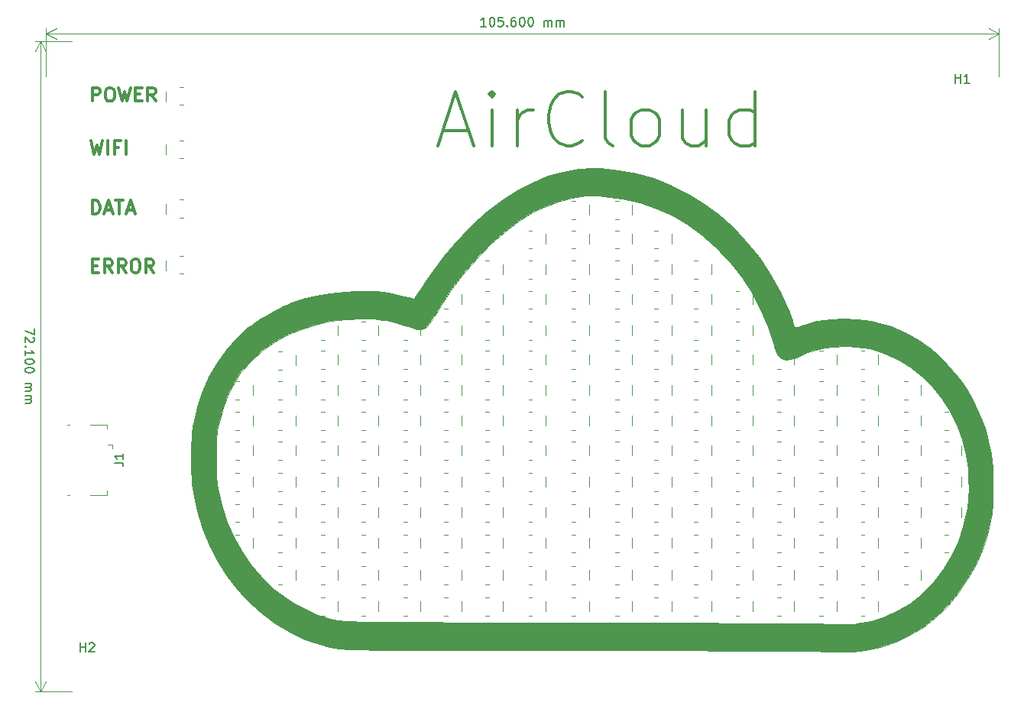
<source format=gto>
G04 #@! TF.GenerationSoftware,KiCad,Pcbnew,(5.1.9)-1*
G04 #@! TF.CreationDate,2021-06-06T22:24:57-05:00*
G04 #@! TF.ProjectId,AirCloud,41697243-6c6f-4756-942e-6b696361645f,rev?*
G04 #@! TF.SameCoordinates,Original*
G04 #@! TF.FileFunction,Legend,Top*
G04 #@! TF.FilePolarity,Positive*
%FSLAX46Y46*%
G04 Gerber Fmt 4.6, Leading zero omitted, Abs format (unit mm)*
G04 Created by KiCad (PCBNEW (5.1.9)-1) date 2021-06-06 22:24:57*
%MOMM*%
%LPD*%
G01*
G04 APERTURE LIST*
%ADD10C,0.150000*%
%ADD11C,0.120000*%
%ADD12C,0.300000*%
%ADD13C,0.100000*%
%ADD14C,0.010000*%
G04 APERTURE END LIST*
D10*
X130477619Y-99459523D02*
X130477619Y-100126190D01*
X129477619Y-99697619D01*
X130382380Y-100459523D02*
X130430000Y-100507142D01*
X130477619Y-100602380D01*
X130477619Y-100840476D01*
X130430000Y-100935714D01*
X130382380Y-100983333D01*
X130287142Y-101030952D01*
X130191904Y-101030952D01*
X130049047Y-100983333D01*
X129477619Y-100411904D01*
X129477619Y-101030952D01*
X129572857Y-101459523D02*
X129525238Y-101507142D01*
X129477619Y-101459523D01*
X129525238Y-101411904D01*
X129572857Y-101459523D01*
X129477619Y-101459523D01*
X129477619Y-102459523D02*
X129477619Y-101888095D01*
X129477619Y-102173809D02*
X130477619Y-102173809D01*
X130334761Y-102078571D01*
X130239523Y-101983333D01*
X130191904Y-101888095D01*
X130477619Y-103078571D02*
X130477619Y-103173809D01*
X130430000Y-103269047D01*
X130382380Y-103316666D01*
X130287142Y-103364285D01*
X130096666Y-103411904D01*
X129858571Y-103411904D01*
X129668095Y-103364285D01*
X129572857Y-103316666D01*
X129525238Y-103269047D01*
X129477619Y-103173809D01*
X129477619Y-103078571D01*
X129525238Y-102983333D01*
X129572857Y-102935714D01*
X129668095Y-102888095D01*
X129858571Y-102840476D01*
X130096666Y-102840476D01*
X130287142Y-102888095D01*
X130382380Y-102935714D01*
X130430000Y-102983333D01*
X130477619Y-103078571D01*
X130477619Y-104030952D02*
X130477619Y-104126190D01*
X130430000Y-104221428D01*
X130382380Y-104269047D01*
X130287142Y-104316666D01*
X130096666Y-104364285D01*
X129858571Y-104364285D01*
X129668095Y-104316666D01*
X129572857Y-104269047D01*
X129525238Y-104221428D01*
X129477619Y-104126190D01*
X129477619Y-104030952D01*
X129525238Y-103935714D01*
X129572857Y-103888095D01*
X129668095Y-103840476D01*
X129858571Y-103792857D01*
X130096666Y-103792857D01*
X130287142Y-103840476D01*
X130382380Y-103888095D01*
X130430000Y-103935714D01*
X130477619Y-104030952D01*
X129477619Y-105554761D02*
X130144285Y-105554761D01*
X130049047Y-105554761D02*
X130096666Y-105602380D01*
X130144285Y-105697619D01*
X130144285Y-105840476D01*
X130096666Y-105935714D01*
X130001428Y-105983333D01*
X129477619Y-105983333D01*
X130001428Y-105983333D02*
X130096666Y-106030952D01*
X130144285Y-106126190D01*
X130144285Y-106269047D01*
X130096666Y-106364285D01*
X130001428Y-106411904D01*
X129477619Y-106411904D01*
X129477619Y-106888095D02*
X130144285Y-106888095D01*
X130049047Y-106888095D02*
X130096666Y-106935714D01*
X130144285Y-107030952D01*
X130144285Y-107173809D01*
X130096666Y-107269047D01*
X130001428Y-107316666D01*
X129477619Y-107316666D01*
X130001428Y-107316666D02*
X130096666Y-107364285D01*
X130144285Y-107459523D01*
X130144285Y-107602380D01*
X130096666Y-107697619D01*
X130001428Y-107745238D01*
X129477619Y-107745238D01*
D11*
X131200000Y-67600000D02*
X131200000Y-139700000D01*
X134700000Y-67600000D02*
X130613579Y-67600000D01*
X134700000Y-139700000D02*
X130613579Y-139700000D01*
X131200000Y-139700000D02*
X130613579Y-138573496D01*
X131200000Y-139700000D02*
X131786421Y-138573496D01*
X131200000Y-67600000D02*
X130613579Y-68726504D01*
X131200000Y-67600000D02*
X131786421Y-68726504D01*
D10*
X180552380Y-65982380D02*
X179980952Y-65982380D01*
X180266666Y-65982380D02*
X180266666Y-64982380D01*
X180171428Y-65125238D01*
X180076190Y-65220476D01*
X179980952Y-65268095D01*
X181171428Y-64982380D02*
X181266666Y-64982380D01*
X181361904Y-65030000D01*
X181409523Y-65077619D01*
X181457142Y-65172857D01*
X181504761Y-65363333D01*
X181504761Y-65601428D01*
X181457142Y-65791904D01*
X181409523Y-65887142D01*
X181361904Y-65934761D01*
X181266666Y-65982380D01*
X181171428Y-65982380D01*
X181076190Y-65934761D01*
X181028571Y-65887142D01*
X180980952Y-65791904D01*
X180933333Y-65601428D01*
X180933333Y-65363333D01*
X180980952Y-65172857D01*
X181028571Y-65077619D01*
X181076190Y-65030000D01*
X181171428Y-64982380D01*
X182409523Y-64982380D02*
X181933333Y-64982380D01*
X181885714Y-65458571D01*
X181933333Y-65410952D01*
X182028571Y-65363333D01*
X182266666Y-65363333D01*
X182361904Y-65410952D01*
X182409523Y-65458571D01*
X182457142Y-65553809D01*
X182457142Y-65791904D01*
X182409523Y-65887142D01*
X182361904Y-65934761D01*
X182266666Y-65982380D01*
X182028571Y-65982380D01*
X181933333Y-65934761D01*
X181885714Y-65887142D01*
X182885714Y-65887142D02*
X182933333Y-65934761D01*
X182885714Y-65982380D01*
X182838095Y-65934761D01*
X182885714Y-65887142D01*
X182885714Y-65982380D01*
X183790476Y-64982380D02*
X183600000Y-64982380D01*
X183504761Y-65030000D01*
X183457142Y-65077619D01*
X183361904Y-65220476D01*
X183314285Y-65410952D01*
X183314285Y-65791904D01*
X183361904Y-65887142D01*
X183409523Y-65934761D01*
X183504761Y-65982380D01*
X183695238Y-65982380D01*
X183790476Y-65934761D01*
X183838095Y-65887142D01*
X183885714Y-65791904D01*
X183885714Y-65553809D01*
X183838095Y-65458571D01*
X183790476Y-65410952D01*
X183695238Y-65363333D01*
X183504761Y-65363333D01*
X183409523Y-65410952D01*
X183361904Y-65458571D01*
X183314285Y-65553809D01*
X184504761Y-64982380D02*
X184600000Y-64982380D01*
X184695238Y-65030000D01*
X184742857Y-65077619D01*
X184790476Y-65172857D01*
X184838095Y-65363333D01*
X184838095Y-65601428D01*
X184790476Y-65791904D01*
X184742857Y-65887142D01*
X184695238Y-65934761D01*
X184600000Y-65982380D01*
X184504761Y-65982380D01*
X184409523Y-65934761D01*
X184361904Y-65887142D01*
X184314285Y-65791904D01*
X184266666Y-65601428D01*
X184266666Y-65363333D01*
X184314285Y-65172857D01*
X184361904Y-65077619D01*
X184409523Y-65030000D01*
X184504761Y-64982380D01*
X185457142Y-64982380D02*
X185552380Y-64982380D01*
X185647619Y-65030000D01*
X185695238Y-65077619D01*
X185742857Y-65172857D01*
X185790476Y-65363333D01*
X185790476Y-65601428D01*
X185742857Y-65791904D01*
X185695238Y-65887142D01*
X185647619Y-65934761D01*
X185552380Y-65982380D01*
X185457142Y-65982380D01*
X185361904Y-65934761D01*
X185314285Y-65887142D01*
X185266666Y-65791904D01*
X185219047Y-65601428D01*
X185219047Y-65363333D01*
X185266666Y-65172857D01*
X185314285Y-65077619D01*
X185361904Y-65030000D01*
X185457142Y-64982380D01*
X186980952Y-65982380D02*
X186980952Y-65315714D01*
X186980952Y-65410952D02*
X187028571Y-65363333D01*
X187123809Y-65315714D01*
X187266666Y-65315714D01*
X187361904Y-65363333D01*
X187409523Y-65458571D01*
X187409523Y-65982380D01*
X187409523Y-65458571D02*
X187457142Y-65363333D01*
X187552380Y-65315714D01*
X187695238Y-65315714D01*
X187790476Y-65363333D01*
X187838095Y-65458571D01*
X187838095Y-65982380D01*
X188314285Y-65982380D02*
X188314285Y-65315714D01*
X188314285Y-65410952D02*
X188361904Y-65363333D01*
X188457142Y-65315714D01*
X188600000Y-65315714D01*
X188695238Y-65363333D01*
X188742857Y-65458571D01*
X188742857Y-65982380D01*
X188742857Y-65458571D02*
X188790476Y-65363333D01*
X188885714Y-65315714D01*
X189028571Y-65315714D01*
X189123809Y-65363333D01*
X189171428Y-65458571D01*
X189171428Y-65982380D01*
D11*
X131800000Y-66800000D02*
X237400000Y-66800000D01*
X131800000Y-71500000D02*
X131800000Y-66213579D01*
X237400000Y-71500000D02*
X237400000Y-66213579D01*
X237400000Y-66800000D02*
X236273496Y-67386421D01*
X237400000Y-66800000D02*
X236273496Y-66213579D01*
X131800000Y-66800000D02*
X132926504Y-67386421D01*
X131800000Y-66800000D02*
X132926504Y-66213579D01*
D12*
X175771428Y-77500000D02*
X178628571Y-77500000D01*
X175200000Y-79214285D02*
X177200000Y-73214285D01*
X179200000Y-79214285D01*
X181200000Y-79214285D02*
X181200000Y-75214285D01*
X181200000Y-73214285D02*
X180914285Y-73500000D01*
X181200000Y-73785714D01*
X181485714Y-73500000D01*
X181200000Y-73214285D01*
X181200000Y-73785714D01*
X184057142Y-79214285D02*
X184057142Y-75214285D01*
X184057142Y-76357142D02*
X184342857Y-75785714D01*
X184628571Y-75500000D01*
X185200000Y-75214285D01*
X185771428Y-75214285D01*
X191200000Y-78642857D02*
X190914285Y-78928571D01*
X190057142Y-79214285D01*
X189485714Y-79214285D01*
X188628571Y-78928571D01*
X188057142Y-78357142D01*
X187771428Y-77785714D01*
X187485714Y-76642857D01*
X187485714Y-75785714D01*
X187771428Y-74642857D01*
X188057142Y-74071428D01*
X188628571Y-73500000D01*
X189485714Y-73214285D01*
X190057142Y-73214285D01*
X190914285Y-73500000D01*
X191200000Y-73785714D01*
X194628571Y-79214285D02*
X194057142Y-78928571D01*
X193771428Y-78357142D01*
X193771428Y-73214285D01*
X197771428Y-79214285D02*
X197200000Y-78928571D01*
X196914285Y-78642857D01*
X196628571Y-78071428D01*
X196628571Y-76357142D01*
X196914285Y-75785714D01*
X197200000Y-75500000D01*
X197771428Y-75214285D01*
X198628571Y-75214285D01*
X199200000Y-75500000D01*
X199485714Y-75785714D01*
X199771428Y-76357142D01*
X199771428Y-78071428D01*
X199485714Y-78642857D01*
X199200000Y-78928571D01*
X198628571Y-79214285D01*
X197771428Y-79214285D01*
X204914285Y-75214285D02*
X204914285Y-79214285D01*
X202342857Y-75214285D02*
X202342857Y-78357142D01*
X202628571Y-78928571D01*
X203200000Y-79214285D01*
X204057142Y-79214285D01*
X204628571Y-78928571D01*
X204914285Y-78642857D01*
X210342857Y-79214285D02*
X210342857Y-73214285D01*
X210342857Y-78928571D02*
X209771428Y-79214285D01*
X208628571Y-79214285D01*
X208057142Y-78928571D01*
X207771428Y-78642857D01*
X207485714Y-78071428D01*
X207485714Y-76357142D01*
X207771428Y-75785714D01*
X208057142Y-75500000D01*
X208628571Y-75214285D01*
X209771428Y-75214285D01*
X210342857Y-75500000D01*
X136935714Y-92492857D02*
X137435714Y-92492857D01*
X137649999Y-93278571D02*
X136935714Y-93278571D01*
X136935714Y-91778571D01*
X137649999Y-91778571D01*
X139149999Y-93278571D02*
X138649999Y-92564285D01*
X138292857Y-93278571D02*
X138292857Y-91778571D01*
X138864285Y-91778571D01*
X139007142Y-91850000D01*
X139078571Y-91921428D01*
X139149999Y-92064285D01*
X139149999Y-92278571D01*
X139078571Y-92421428D01*
X139007142Y-92492857D01*
X138864285Y-92564285D01*
X138292857Y-92564285D01*
X140649999Y-93278571D02*
X140149999Y-92564285D01*
X139792857Y-93278571D02*
X139792857Y-91778571D01*
X140364285Y-91778571D01*
X140507142Y-91850000D01*
X140578571Y-91921428D01*
X140649999Y-92064285D01*
X140649999Y-92278571D01*
X140578571Y-92421428D01*
X140507142Y-92492857D01*
X140364285Y-92564285D01*
X139792857Y-92564285D01*
X141578571Y-91778571D02*
X141864285Y-91778571D01*
X142007142Y-91850000D01*
X142149999Y-91992857D01*
X142221428Y-92278571D01*
X142221428Y-92778571D01*
X142149999Y-93064285D01*
X142007142Y-93207142D01*
X141864285Y-93278571D01*
X141578571Y-93278571D01*
X141435714Y-93207142D01*
X141292857Y-93064285D01*
X141221428Y-92778571D01*
X141221428Y-92278571D01*
X141292857Y-91992857D01*
X141435714Y-91850000D01*
X141578571Y-91778571D01*
X143721428Y-93278571D02*
X143221428Y-92564285D01*
X142864285Y-93278571D02*
X142864285Y-91778571D01*
X143435714Y-91778571D01*
X143578571Y-91850000D01*
X143649999Y-91921428D01*
X143721428Y-92064285D01*
X143721428Y-92278571D01*
X143649999Y-92421428D01*
X143578571Y-92492857D01*
X143435714Y-92564285D01*
X142864285Y-92564285D01*
X136935715Y-86778571D02*
X136935715Y-85278571D01*
X137292857Y-85278571D01*
X137507143Y-85350000D01*
X137650000Y-85492857D01*
X137721429Y-85635714D01*
X137792857Y-85921428D01*
X137792857Y-86135714D01*
X137721429Y-86421428D01*
X137650000Y-86564285D01*
X137507143Y-86707142D01*
X137292857Y-86778571D01*
X136935715Y-86778571D01*
X138364286Y-86350000D02*
X139078572Y-86350000D01*
X138221429Y-86778571D02*
X138721429Y-85278571D01*
X139221429Y-86778571D01*
X139507143Y-85278571D02*
X140364286Y-85278571D01*
X139935715Y-86778571D02*
X139935715Y-85278571D01*
X140792857Y-86350000D02*
X141507143Y-86350000D01*
X140650000Y-86778571D02*
X141150000Y-85278571D01*
X141650000Y-86778571D01*
X136792857Y-78678571D02*
X137149999Y-80178571D01*
X137435714Y-79107142D01*
X137721428Y-80178571D01*
X138078571Y-78678571D01*
X138649999Y-80178571D02*
X138649999Y-78678571D01*
X139864285Y-79392857D02*
X139364285Y-79392857D01*
X139364285Y-80178571D02*
X139364285Y-78678571D01*
X140078571Y-78678571D01*
X140649999Y-80178571D02*
X140649999Y-78678571D01*
X136935714Y-74278571D02*
X136935714Y-72778571D01*
X137507142Y-72778571D01*
X137650000Y-72850000D01*
X137721428Y-72921428D01*
X137792857Y-73064285D01*
X137792857Y-73278571D01*
X137721428Y-73421428D01*
X137650000Y-73492857D01*
X137507142Y-73564285D01*
X136935714Y-73564285D01*
X138721428Y-72778571D02*
X139007142Y-72778571D01*
X139150000Y-72850000D01*
X139292857Y-72992857D01*
X139364285Y-73278571D01*
X139364285Y-73778571D01*
X139292857Y-74064285D01*
X139150000Y-74207142D01*
X139007142Y-74278571D01*
X138721428Y-74278571D01*
X138578571Y-74207142D01*
X138435714Y-74064285D01*
X138364285Y-73778571D01*
X138364285Y-73278571D01*
X138435714Y-72992857D01*
X138578571Y-72850000D01*
X138721428Y-72778571D01*
X139864285Y-72778571D02*
X140221428Y-74278571D01*
X140507142Y-73207142D01*
X140792857Y-74278571D01*
X141150000Y-72778571D01*
X141721428Y-73492857D02*
X142221428Y-73492857D01*
X142435714Y-74278571D02*
X141721428Y-74278571D01*
X141721428Y-72778571D01*
X142435714Y-72778571D01*
X143935714Y-74278571D02*
X143435714Y-73564285D01*
X143078571Y-74278571D02*
X143078571Y-72778571D01*
X143650000Y-72778571D01*
X143792857Y-72850000D01*
X143864285Y-72921428D01*
X143935714Y-73064285D01*
X143935714Y-73278571D01*
X143864285Y-73421428D01*
X143792857Y-73492857D01*
X143650000Y-73564285D01*
X143078571Y-73564285D01*
D13*
X147000000Y-72700000D02*
X146600000Y-72700000D01*
X147000000Y-74700000D02*
X146600000Y-74700000D01*
D11*
X145100000Y-73200000D02*
X145100000Y-74300000D01*
D13*
X203600000Y-120900000D02*
X204000000Y-120900000D01*
X203600000Y-118900000D02*
X204000000Y-118900000D01*
D11*
X205500000Y-120400000D02*
X205500000Y-119300000D01*
X205500000Y-100200000D02*
X205500000Y-99100000D01*
D13*
X203600000Y-98700000D02*
X204000000Y-98700000D01*
X203600000Y-100700000D02*
X204000000Y-100700000D01*
D11*
X182400000Y-96800000D02*
X182400000Y-95700000D01*
D13*
X180500000Y-95300000D02*
X180900000Y-95300000D01*
X180500000Y-97300000D02*
X180900000Y-97300000D01*
X199200000Y-100700000D02*
X199600000Y-100700000D01*
X199200000Y-98700000D02*
X199600000Y-98700000D01*
D11*
X201100000Y-100200000D02*
X201100000Y-99100000D01*
D13*
X147000000Y-78600000D02*
X146600000Y-78600000D01*
X147000000Y-80600000D02*
X146600000Y-80600000D01*
D11*
X145100000Y-79100000D02*
X145100000Y-80200000D01*
D13*
X147000000Y-85200000D02*
X146600000Y-85200000D01*
X147000000Y-87200000D02*
X146600000Y-87200000D01*
D11*
X145100000Y-85700000D02*
X145100000Y-86800000D01*
D13*
X147000000Y-91400000D02*
X146600000Y-91400000D01*
X147000000Y-93400000D02*
X146600000Y-93400000D01*
D11*
X145100000Y-91900000D02*
X145100000Y-93000000D01*
D14*
G36*
X193207142Y-81723112D02*
G01*
X195247972Y-81921800D01*
X197199772Y-82286977D01*
X199085417Y-82825192D01*
X200927781Y-83542991D01*
X202749740Y-84446921D01*
X202777500Y-84462188D01*
X204622157Y-85588240D01*
X206354182Y-86870229D01*
X207967926Y-88301899D01*
X209457742Y-89876998D01*
X210817980Y-91589271D01*
X212042991Y-93432463D01*
X213127127Y-95400320D01*
X213643245Y-96492981D01*
X213890979Y-97060149D01*
X214127352Y-97623592D01*
X214331819Y-98132758D01*
X214483834Y-98537093D01*
X214533589Y-98683641D01*
X214624744Y-98976717D01*
X214700900Y-99172387D01*
X214795166Y-99279007D01*
X214940652Y-99304933D01*
X215170470Y-99258520D01*
X215517729Y-99148124D01*
X215885714Y-99024865D01*
X217250965Y-98661929D01*
X218706699Y-98440307D01*
X220211853Y-98361367D01*
X221725365Y-98426479D01*
X223206175Y-98637012D01*
X223777857Y-98761698D01*
X225388877Y-99251047D01*
X226959673Y-99926486D01*
X228463825Y-100773835D01*
X229874911Y-101778909D01*
X230685689Y-102469780D01*
X231200027Y-102974261D01*
X231774535Y-103596433D01*
X232367210Y-104286072D01*
X232936049Y-104992953D01*
X233439049Y-105666854D01*
X233777400Y-106166660D01*
X234201668Y-106892953D01*
X234643632Y-107751188D01*
X235075513Y-108679549D01*
X235469531Y-109616220D01*
X235797904Y-110499383D01*
X235975054Y-111056886D01*
X236203738Y-111887229D01*
X236380991Y-112634295D01*
X236512779Y-113345310D01*
X236605070Y-114067497D01*
X236663829Y-114848081D01*
X236695024Y-115734285D01*
X236704622Y-116773334D01*
X236704642Y-116831200D01*
X236702801Y-117628831D01*
X236695698Y-118262392D01*
X236680966Y-118770989D01*
X236656237Y-119193726D01*
X236619143Y-119569708D01*
X236567317Y-119938038D01*
X236498391Y-120337823D01*
X236489332Y-120387200D01*
X236053914Y-122295045D01*
X235470152Y-124088090D01*
X234733708Y-125775135D01*
X233840241Y-127364981D01*
X232785413Y-128866430D01*
X231655396Y-130191600D01*
X230358059Y-131447221D01*
X228960642Y-132536227D01*
X227473289Y-133453399D01*
X225906148Y-134193520D01*
X224269362Y-134751373D01*
X222573080Y-135121741D01*
X221885924Y-135215571D01*
X221227337Y-135268077D01*
X220397160Y-135295968D01*
X219403891Y-135299242D01*
X218256032Y-135277898D01*
X216962083Y-135231935D01*
X216611428Y-135216352D01*
X216392559Y-135210388D01*
X216000212Y-135204459D01*
X215442341Y-135198590D01*
X214726896Y-135192806D01*
X213861830Y-135187133D01*
X212855094Y-135181594D01*
X211714640Y-135176216D01*
X210448419Y-135171023D01*
X209064384Y-135166042D01*
X207570486Y-135161296D01*
X205974677Y-135156811D01*
X204284908Y-135152612D01*
X202509132Y-135148725D01*
X200655300Y-135145174D01*
X198731364Y-135141984D01*
X196745275Y-135139182D01*
X194704986Y-135136791D01*
X192618448Y-135134838D01*
X190493612Y-135133346D01*
X190335286Y-135133255D01*
X187773377Y-135131878D01*
X185386239Y-135130658D01*
X183167214Y-135129445D01*
X181109646Y-135128092D01*
X179206876Y-135126449D01*
X177452248Y-135124370D01*
X175839105Y-135121705D01*
X174360787Y-135118307D01*
X173010640Y-135114026D01*
X171782004Y-135108716D01*
X170668223Y-135102226D01*
X169662639Y-135094410D01*
X168758595Y-135085119D01*
X167949434Y-135074205D01*
X167228497Y-135061518D01*
X166589129Y-135046912D01*
X166024671Y-135030237D01*
X165528466Y-135011346D01*
X165093856Y-134990090D01*
X164714185Y-134966321D01*
X164382794Y-134939891D01*
X164093028Y-134910651D01*
X163838227Y-134878453D01*
X163611735Y-134843149D01*
X163406894Y-134804590D01*
X163217048Y-134762628D01*
X163035538Y-134717115D01*
X162855708Y-134667903D01*
X162670899Y-134614843D01*
X162474455Y-134557787D01*
X162303436Y-134508880D01*
X160518250Y-133903267D01*
X158817984Y-133122770D01*
X157210043Y-132176227D01*
X155701833Y-131072473D01*
X154300758Y-129820346D01*
X153014223Y-128428681D01*
X151849632Y-126906316D01*
X150814392Y-125262087D01*
X149915906Y-123504831D01*
X149161580Y-121643383D01*
X148558818Y-119686581D01*
X148115025Y-117643261D01*
X148100755Y-117560265D01*
X148035918Y-117155528D01*
X147986314Y-116775800D01*
X147949955Y-116384256D01*
X147924858Y-115944068D01*
X147909035Y-115418411D01*
X147900502Y-114770459D01*
X147897272Y-113963385D01*
X147897090Y-113783200D01*
X147897152Y-113732400D01*
X150620853Y-113732400D01*
X150622385Y-114514929D01*
X150630505Y-115136519D01*
X150647792Y-115639382D01*
X150676826Y-116065728D01*
X150720187Y-116457770D01*
X150780453Y-116857717D01*
X150828848Y-117136000D01*
X151259611Y-119031859D01*
X151852148Y-120846939D01*
X152600310Y-122570126D01*
X153497946Y-124190310D01*
X154538906Y-125696379D01*
X155717041Y-127077221D01*
X157014047Y-128311332D01*
X158196000Y-129227658D01*
X159472236Y-130043372D01*
X160796429Y-130732925D01*
X162122250Y-131270766D01*
X162727142Y-131462264D01*
X162904340Y-131514400D01*
X163063656Y-131563040D01*
X163211517Y-131608318D01*
X163354346Y-131650368D01*
X163498569Y-131689324D01*
X163650611Y-131725318D01*
X163816896Y-131758486D01*
X164003851Y-131788961D01*
X164217898Y-131816876D01*
X164465464Y-131842365D01*
X164752973Y-131865562D01*
X165086851Y-131886601D01*
X165473522Y-131905616D01*
X165919410Y-131922740D01*
X166430942Y-131938107D01*
X167014542Y-131951850D01*
X167676634Y-131964104D01*
X168423645Y-131975002D01*
X169261998Y-131984679D01*
X170198118Y-131993267D01*
X171238431Y-132000900D01*
X172389362Y-132007713D01*
X173657335Y-132013838D01*
X175048775Y-132019411D01*
X176570107Y-132024564D01*
X178227756Y-132029431D01*
X180028148Y-132034146D01*
X181977706Y-132038842D01*
X184082857Y-132043655D01*
X186350024Y-132048716D01*
X188785632Y-132054160D01*
X191396108Y-132060121D01*
X191453339Y-132060254D01*
X193638560Y-132065584D01*
X195776787Y-132071303D01*
X197860903Y-132077375D01*
X199883791Y-132083763D01*
X201838335Y-132090431D01*
X203717415Y-132097340D01*
X205513916Y-132104456D01*
X207220720Y-132111740D01*
X208830709Y-132119155D01*
X210336766Y-132126666D01*
X211731774Y-132134235D01*
X213008616Y-132141826D01*
X214160174Y-132149401D01*
X215179330Y-132156924D01*
X216058969Y-132164358D01*
X216791972Y-132171666D01*
X217371221Y-132178811D01*
X217789601Y-132185757D01*
X218039992Y-132192466D01*
X218115780Y-132198200D01*
X218234582Y-132231047D01*
X218501004Y-132254063D01*
X218881462Y-132267531D01*
X219342372Y-132271735D01*
X219850150Y-132266958D01*
X220371212Y-132253483D01*
X220871975Y-132231593D01*
X221318853Y-132201571D01*
X221642396Y-132168454D01*
X223245442Y-131869839D01*
X224757925Y-131395660D01*
X226184413Y-130743377D01*
X227529475Y-129910452D01*
X228797679Y-128894345D01*
X229993595Y-127692518D01*
X230274971Y-127370767D01*
X231286815Y-126039722D01*
X232150733Y-124594967D01*
X232861425Y-123048391D01*
X233413586Y-121411882D01*
X233801913Y-119697328D01*
X233861980Y-119329587D01*
X233971309Y-118335653D01*
X234019790Y-117235903D01*
X234008959Y-116096463D01*
X233940350Y-114983456D01*
X233815496Y-113963008D01*
X233726218Y-113478400D01*
X233272389Y-111754726D01*
X232664534Y-110126915D01*
X231910821Y-108605070D01*
X231019417Y-107199291D01*
X229998490Y-105919680D01*
X228856208Y-104776339D01*
X227600739Y-103779369D01*
X226240249Y-102938873D01*
X224782906Y-102264950D01*
X224604471Y-102196713D01*
X223789866Y-101913253D01*
X223046317Y-101706647D01*
X222316990Y-101567019D01*
X221545055Y-101484490D01*
X220673678Y-101449185D01*
X220285357Y-101446074D01*
X219099732Y-101484921D01*
X218025277Y-101612170D01*
X217004755Y-101840639D01*
X215980924Y-102183145D01*
X214896547Y-102652507D01*
X214895308Y-102653094D01*
X214278002Y-102872050D01*
X213734190Y-102910753D01*
X213268008Y-102769662D01*
X212883590Y-102449230D01*
X212867499Y-102429635D01*
X212768827Y-102246743D01*
X212640419Y-101925238D01*
X212503835Y-101521416D01*
X212445216Y-101327033D01*
X211763399Y-99267239D01*
X210947189Y-97338463D01*
X209988875Y-95526260D01*
X208880748Y-93816188D01*
X207615097Y-92193802D01*
X207494799Y-92053448D01*
X206049242Y-90520889D01*
X204511599Y-89162574D01*
X202886605Y-87980902D01*
X201178997Y-86978272D01*
X199393510Y-86157082D01*
X197534879Y-85519731D01*
X195607841Y-85068618D01*
X193617131Y-84806141D01*
X193116428Y-84770652D01*
X191572899Y-84777408D01*
X190034285Y-84981318D01*
X188494859Y-85383777D01*
X186948895Y-85986185D01*
X185813928Y-86552454D01*
X184214953Y-87526616D01*
X182638021Y-88692926D01*
X181093392Y-90040757D01*
X179591324Y-91559485D01*
X178142078Y-93238486D01*
X176755912Y-95067136D01*
X175443086Y-97034810D01*
X175012345Y-97738459D01*
X174726638Y-98206721D01*
X174457901Y-98630987D01*
X174230261Y-98974312D01*
X174067843Y-99199749D01*
X174025520Y-99249718D01*
X173682370Y-99480014D01*
X173248386Y-99573517D01*
X172774116Y-99520782D01*
X172697271Y-99497948D01*
X171896229Y-99240078D01*
X171239839Y-99034246D01*
X170699402Y-98872520D01*
X170246223Y-98746967D01*
X169851606Y-98649655D01*
X169486853Y-98572650D01*
X169123269Y-98508021D01*
X169105999Y-98505199D01*
X168594387Y-98439155D01*
X167978328Y-98385970D01*
X167334686Y-98351132D01*
X166792229Y-98339999D01*
X165030663Y-98417469D01*
X163309879Y-98645832D01*
X161645412Y-99019018D01*
X160052797Y-99530955D01*
X158547566Y-100175576D01*
X157145255Y-100946808D01*
X155861398Y-101838582D01*
X154711528Y-102844827D01*
X154370770Y-103193883D01*
X153409385Y-104329941D01*
X152599075Y-105534914D01*
X151928863Y-106831230D01*
X151387777Y-108241319D01*
X150964843Y-109787608D01*
X150829945Y-110430400D01*
X150758995Y-110820721D01*
X150705996Y-111185186D01*
X150668391Y-111564201D01*
X150643621Y-111998173D01*
X150629126Y-112527510D01*
X150622348Y-113192618D01*
X150620853Y-113732400D01*
X147897152Y-113732400D01*
X147898108Y-112953717D01*
X147903725Y-112291446D01*
X147915925Y-111760419D01*
X147936693Y-111324669D01*
X147968016Y-110948229D01*
X148011878Y-110595130D01*
X148070265Y-110229406D01*
X148103658Y-110040886D01*
X148527185Y-108173037D01*
X149101801Y-106417656D01*
X149827809Y-104774224D01*
X150705510Y-103242226D01*
X151735209Y-101821145D01*
X152917209Y-100510464D01*
X154251813Y-99309666D01*
X154527802Y-99089881D01*
X154976603Y-98768363D01*
X155551136Y-98399984D01*
X156207313Y-98009392D01*
X156901042Y-97621234D01*
X157588234Y-97260156D01*
X158224799Y-96950806D01*
X158766646Y-96717831D01*
X158781071Y-96712243D01*
X160262672Y-96202022D01*
X161759143Y-95814232D01*
X163310467Y-95541262D01*
X164956625Y-95375499D01*
X166083571Y-95322009D01*
X167235572Y-95308505D01*
X168259196Y-95342978D01*
X169203444Y-95430696D01*
X170117315Y-95576930D01*
X171049810Y-95786951D01*
X171486567Y-95903122D01*
X171904694Y-96012054D01*
X172256717Y-96090800D01*
X172506796Y-96132256D01*
X172619092Y-96129318D01*
X172620451Y-96127873D01*
X172692759Y-96019082D01*
X172845656Y-95781354D01*
X173055313Y-95451930D01*
X173252809Y-95139600D01*
X174053976Y-93930520D01*
X174951904Y-92682976D01*
X175912492Y-91439375D01*
X176901635Y-90242122D01*
X177885230Y-89133625D01*
X178829175Y-88156291D01*
X179010357Y-87980149D01*
X180650087Y-86511018D01*
X182309051Y-85234554D01*
X183984048Y-84152166D01*
X185671878Y-83265266D01*
X187369340Y-82575265D01*
X189073232Y-82083572D01*
X190780354Y-81791600D01*
X192487504Y-81700759D01*
X193207142Y-81723112D01*
G37*
X193207142Y-81723112D02*
X195247972Y-81921800D01*
X197199772Y-82286977D01*
X199085417Y-82825192D01*
X200927781Y-83542991D01*
X202749740Y-84446921D01*
X202777500Y-84462188D01*
X204622157Y-85588240D01*
X206354182Y-86870229D01*
X207967926Y-88301899D01*
X209457742Y-89876998D01*
X210817980Y-91589271D01*
X212042991Y-93432463D01*
X213127127Y-95400320D01*
X213643245Y-96492981D01*
X213890979Y-97060149D01*
X214127352Y-97623592D01*
X214331819Y-98132758D01*
X214483834Y-98537093D01*
X214533589Y-98683641D01*
X214624744Y-98976717D01*
X214700900Y-99172387D01*
X214795166Y-99279007D01*
X214940652Y-99304933D01*
X215170470Y-99258520D01*
X215517729Y-99148124D01*
X215885714Y-99024865D01*
X217250965Y-98661929D01*
X218706699Y-98440307D01*
X220211853Y-98361367D01*
X221725365Y-98426479D01*
X223206175Y-98637012D01*
X223777857Y-98761698D01*
X225388877Y-99251047D01*
X226959673Y-99926486D01*
X228463825Y-100773835D01*
X229874911Y-101778909D01*
X230685689Y-102469780D01*
X231200027Y-102974261D01*
X231774535Y-103596433D01*
X232367210Y-104286072D01*
X232936049Y-104992953D01*
X233439049Y-105666854D01*
X233777400Y-106166660D01*
X234201668Y-106892953D01*
X234643632Y-107751188D01*
X235075513Y-108679549D01*
X235469531Y-109616220D01*
X235797904Y-110499383D01*
X235975054Y-111056886D01*
X236203738Y-111887229D01*
X236380991Y-112634295D01*
X236512779Y-113345310D01*
X236605070Y-114067497D01*
X236663829Y-114848081D01*
X236695024Y-115734285D01*
X236704622Y-116773334D01*
X236704642Y-116831200D01*
X236702801Y-117628831D01*
X236695698Y-118262392D01*
X236680966Y-118770989D01*
X236656237Y-119193726D01*
X236619143Y-119569708D01*
X236567317Y-119938038D01*
X236498391Y-120337823D01*
X236489332Y-120387200D01*
X236053914Y-122295045D01*
X235470152Y-124088090D01*
X234733708Y-125775135D01*
X233840241Y-127364981D01*
X232785413Y-128866430D01*
X231655396Y-130191600D01*
X230358059Y-131447221D01*
X228960642Y-132536227D01*
X227473289Y-133453399D01*
X225906148Y-134193520D01*
X224269362Y-134751373D01*
X222573080Y-135121741D01*
X221885924Y-135215571D01*
X221227337Y-135268077D01*
X220397160Y-135295968D01*
X219403891Y-135299242D01*
X218256032Y-135277898D01*
X216962083Y-135231935D01*
X216611428Y-135216352D01*
X216392559Y-135210388D01*
X216000212Y-135204459D01*
X215442341Y-135198590D01*
X214726896Y-135192806D01*
X213861830Y-135187133D01*
X212855094Y-135181594D01*
X211714640Y-135176216D01*
X210448419Y-135171023D01*
X209064384Y-135166042D01*
X207570486Y-135161296D01*
X205974677Y-135156811D01*
X204284908Y-135152612D01*
X202509132Y-135148725D01*
X200655300Y-135145174D01*
X198731364Y-135141984D01*
X196745275Y-135139182D01*
X194704986Y-135136791D01*
X192618448Y-135134838D01*
X190493612Y-135133346D01*
X190335286Y-135133255D01*
X187773377Y-135131878D01*
X185386239Y-135130658D01*
X183167214Y-135129445D01*
X181109646Y-135128092D01*
X179206876Y-135126449D01*
X177452248Y-135124370D01*
X175839105Y-135121705D01*
X174360787Y-135118307D01*
X173010640Y-135114026D01*
X171782004Y-135108716D01*
X170668223Y-135102226D01*
X169662639Y-135094410D01*
X168758595Y-135085119D01*
X167949434Y-135074205D01*
X167228497Y-135061518D01*
X166589129Y-135046912D01*
X166024671Y-135030237D01*
X165528466Y-135011346D01*
X165093856Y-134990090D01*
X164714185Y-134966321D01*
X164382794Y-134939891D01*
X164093028Y-134910651D01*
X163838227Y-134878453D01*
X163611735Y-134843149D01*
X163406894Y-134804590D01*
X163217048Y-134762628D01*
X163035538Y-134717115D01*
X162855708Y-134667903D01*
X162670899Y-134614843D01*
X162474455Y-134557787D01*
X162303436Y-134508880D01*
X160518250Y-133903267D01*
X158817984Y-133122770D01*
X157210043Y-132176227D01*
X155701833Y-131072473D01*
X154300758Y-129820346D01*
X153014223Y-128428681D01*
X151849632Y-126906316D01*
X150814392Y-125262087D01*
X149915906Y-123504831D01*
X149161580Y-121643383D01*
X148558818Y-119686581D01*
X148115025Y-117643261D01*
X148100755Y-117560265D01*
X148035918Y-117155528D01*
X147986314Y-116775800D01*
X147949955Y-116384256D01*
X147924858Y-115944068D01*
X147909035Y-115418411D01*
X147900502Y-114770459D01*
X147897272Y-113963385D01*
X147897090Y-113783200D01*
X147897152Y-113732400D01*
X150620853Y-113732400D01*
X150622385Y-114514929D01*
X150630505Y-115136519D01*
X150647792Y-115639382D01*
X150676826Y-116065728D01*
X150720187Y-116457770D01*
X150780453Y-116857717D01*
X150828848Y-117136000D01*
X151259611Y-119031859D01*
X151852148Y-120846939D01*
X152600310Y-122570126D01*
X153497946Y-124190310D01*
X154538906Y-125696379D01*
X155717041Y-127077221D01*
X157014047Y-128311332D01*
X158196000Y-129227658D01*
X159472236Y-130043372D01*
X160796429Y-130732925D01*
X162122250Y-131270766D01*
X162727142Y-131462264D01*
X162904340Y-131514400D01*
X163063656Y-131563040D01*
X163211517Y-131608318D01*
X163354346Y-131650368D01*
X163498569Y-131689324D01*
X163650611Y-131725318D01*
X163816896Y-131758486D01*
X164003851Y-131788961D01*
X164217898Y-131816876D01*
X164465464Y-131842365D01*
X164752973Y-131865562D01*
X165086851Y-131886601D01*
X165473522Y-131905616D01*
X165919410Y-131922740D01*
X166430942Y-131938107D01*
X167014542Y-131951850D01*
X167676634Y-131964104D01*
X168423645Y-131975002D01*
X169261998Y-131984679D01*
X170198118Y-131993267D01*
X171238431Y-132000900D01*
X172389362Y-132007713D01*
X173657335Y-132013838D01*
X175048775Y-132019411D01*
X176570107Y-132024564D01*
X178227756Y-132029431D01*
X180028148Y-132034146D01*
X181977706Y-132038842D01*
X184082857Y-132043655D01*
X186350024Y-132048716D01*
X188785632Y-132054160D01*
X191396108Y-132060121D01*
X191453339Y-132060254D01*
X193638560Y-132065584D01*
X195776787Y-132071303D01*
X197860903Y-132077375D01*
X199883791Y-132083763D01*
X201838335Y-132090431D01*
X203717415Y-132097340D01*
X205513916Y-132104456D01*
X207220720Y-132111740D01*
X208830709Y-132119155D01*
X210336766Y-132126666D01*
X211731774Y-132134235D01*
X213008616Y-132141826D01*
X214160174Y-132149401D01*
X215179330Y-132156924D01*
X216058969Y-132164358D01*
X216791972Y-132171666D01*
X217371221Y-132178811D01*
X217789601Y-132185757D01*
X218039992Y-132192466D01*
X218115780Y-132198200D01*
X218234582Y-132231047D01*
X218501004Y-132254063D01*
X218881462Y-132267531D01*
X219342372Y-132271735D01*
X219850150Y-132266958D01*
X220371212Y-132253483D01*
X220871975Y-132231593D01*
X221318853Y-132201571D01*
X221642396Y-132168454D01*
X223245442Y-131869839D01*
X224757925Y-131395660D01*
X226184413Y-130743377D01*
X227529475Y-129910452D01*
X228797679Y-128894345D01*
X229993595Y-127692518D01*
X230274971Y-127370767D01*
X231286815Y-126039722D01*
X232150733Y-124594967D01*
X232861425Y-123048391D01*
X233413586Y-121411882D01*
X233801913Y-119697328D01*
X233861980Y-119329587D01*
X233971309Y-118335653D01*
X234019790Y-117235903D01*
X234008959Y-116096463D01*
X233940350Y-114983456D01*
X233815496Y-113963008D01*
X233726218Y-113478400D01*
X233272389Y-111754726D01*
X232664534Y-110126915D01*
X231910821Y-108605070D01*
X231019417Y-107199291D01*
X229998490Y-105919680D01*
X228856208Y-104776339D01*
X227600739Y-103779369D01*
X226240249Y-102938873D01*
X224782906Y-102264950D01*
X224604471Y-102196713D01*
X223789866Y-101913253D01*
X223046317Y-101706647D01*
X222316990Y-101567019D01*
X221545055Y-101484490D01*
X220673678Y-101449185D01*
X220285357Y-101446074D01*
X219099732Y-101484921D01*
X218025277Y-101612170D01*
X217004755Y-101840639D01*
X215980924Y-102183145D01*
X214896547Y-102652507D01*
X214895308Y-102653094D01*
X214278002Y-102872050D01*
X213734190Y-102910753D01*
X213268008Y-102769662D01*
X212883590Y-102449230D01*
X212867499Y-102429635D01*
X212768827Y-102246743D01*
X212640419Y-101925238D01*
X212503835Y-101521416D01*
X212445216Y-101327033D01*
X211763399Y-99267239D01*
X210947189Y-97338463D01*
X209988875Y-95526260D01*
X208880748Y-93816188D01*
X207615097Y-92193802D01*
X207494799Y-92053448D01*
X206049242Y-90520889D01*
X204511599Y-89162574D01*
X202886605Y-87980902D01*
X201178997Y-86978272D01*
X199393510Y-86157082D01*
X197534879Y-85519731D01*
X195607841Y-85068618D01*
X193617131Y-84806141D01*
X193116428Y-84770652D01*
X191572899Y-84777408D01*
X190034285Y-84981318D01*
X188494859Y-85383777D01*
X186948895Y-85986185D01*
X185813928Y-86552454D01*
X184214953Y-87526616D01*
X182638021Y-88692926D01*
X181093392Y-90040757D01*
X179591324Y-91559485D01*
X178142078Y-93238486D01*
X176755912Y-95067136D01*
X175443086Y-97034810D01*
X175012345Y-97738459D01*
X174726638Y-98206721D01*
X174457901Y-98630987D01*
X174230261Y-98974312D01*
X174067843Y-99199749D01*
X174025520Y-99249718D01*
X173682370Y-99480014D01*
X173248386Y-99573517D01*
X172774116Y-99520782D01*
X172697271Y-99497948D01*
X171896229Y-99240078D01*
X171239839Y-99034246D01*
X170699402Y-98872520D01*
X170246223Y-98746967D01*
X169851606Y-98649655D01*
X169486853Y-98572650D01*
X169123269Y-98508021D01*
X169105999Y-98505199D01*
X168594387Y-98439155D01*
X167978328Y-98385970D01*
X167334686Y-98351132D01*
X166792229Y-98339999D01*
X165030663Y-98417469D01*
X163309879Y-98645832D01*
X161645412Y-99019018D01*
X160052797Y-99530955D01*
X158547566Y-100175576D01*
X157145255Y-100946808D01*
X155861398Y-101838582D01*
X154711528Y-102844827D01*
X154370770Y-103193883D01*
X153409385Y-104329941D01*
X152599075Y-105534914D01*
X151928863Y-106831230D01*
X151387777Y-108241319D01*
X150964843Y-109787608D01*
X150829945Y-110430400D01*
X150758995Y-110820721D01*
X150705996Y-111185186D01*
X150668391Y-111564201D01*
X150643621Y-111998173D01*
X150629126Y-112527510D01*
X150622348Y-113192618D01*
X150620853Y-113732400D01*
X147897152Y-113732400D01*
X147898108Y-112953717D01*
X147903725Y-112291446D01*
X147915925Y-111760419D01*
X147936693Y-111324669D01*
X147968016Y-110948229D01*
X148011878Y-110595130D01*
X148070265Y-110229406D01*
X148103658Y-110040886D01*
X148527185Y-108173037D01*
X149101801Y-106417656D01*
X149827809Y-104774224D01*
X150705510Y-103242226D01*
X151735209Y-101821145D01*
X152917209Y-100510464D01*
X154251813Y-99309666D01*
X154527802Y-99089881D01*
X154976603Y-98768363D01*
X155551136Y-98399984D01*
X156207313Y-98009392D01*
X156901042Y-97621234D01*
X157588234Y-97260156D01*
X158224799Y-96950806D01*
X158766646Y-96717831D01*
X158781071Y-96712243D01*
X160262672Y-96202022D01*
X161759143Y-95814232D01*
X163310467Y-95541262D01*
X164956625Y-95375499D01*
X166083571Y-95322009D01*
X167235572Y-95308505D01*
X168259196Y-95342978D01*
X169203444Y-95430696D01*
X170117315Y-95576930D01*
X171049810Y-95786951D01*
X171486567Y-95903122D01*
X171904694Y-96012054D01*
X172256717Y-96090800D01*
X172506796Y-96132256D01*
X172619092Y-96129318D01*
X172620451Y-96127873D01*
X172692759Y-96019082D01*
X172845656Y-95781354D01*
X173055313Y-95451930D01*
X173252809Y-95139600D01*
X174053976Y-93930520D01*
X174951904Y-92682976D01*
X175912492Y-91439375D01*
X176901635Y-90242122D01*
X177885230Y-89133625D01*
X178829175Y-88156291D01*
X179010357Y-87980149D01*
X180650087Y-86511018D01*
X182309051Y-85234554D01*
X183984048Y-84152166D01*
X185671878Y-83265266D01*
X187369340Y-82575265D01*
X189073232Y-82083572D01*
X190780354Y-81791600D01*
X192487504Y-81700759D01*
X193207142Y-81723112D01*
D11*
X139112500Y-112300000D02*
X138662500Y-112300000D01*
X139112500Y-112300000D02*
X139112500Y-112750000D01*
X138562500Y-117900000D02*
X138562500Y-117450000D01*
X136712500Y-117900000D02*
X138562500Y-117900000D01*
X134162500Y-110100000D02*
X134412500Y-110100000D01*
X134162500Y-117900000D02*
X134412500Y-117900000D01*
X136712500Y-110100000D02*
X138562500Y-110100000D01*
X138562500Y-110100000D02*
X138562500Y-110550000D01*
D13*
X190050000Y-87350000D02*
X190450000Y-87350000D01*
X190050000Y-85350000D02*
X190450000Y-85350000D01*
D11*
X191950000Y-86850000D02*
X191950000Y-85750000D01*
X196750000Y-86850000D02*
X196750000Y-85750000D01*
D13*
X194850000Y-85350000D02*
X195250000Y-85350000D01*
X194850000Y-87350000D02*
X195250000Y-87350000D01*
X185250000Y-90600000D02*
X185650000Y-90600000D01*
X185250000Y-88600000D02*
X185650000Y-88600000D01*
D11*
X187150000Y-90100000D02*
X187150000Y-89000000D01*
X191950000Y-90100000D02*
X191950000Y-89000000D01*
D13*
X190050000Y-88600000D02*
X190450000Y-88600000D01*
X190050000Y-90600000D02*
X190450000Y-90600000D01*
X194850000Y-90600000D02*
X195250000Y-90600000D01*
X194850000Y-88600000D02*
X195250000Y-88600000D01*
D11*
X196750000Y-90100000D02*
X196750000Y-89000000D01*
X201100000Y-90100000D02*
X201100000Y-89000000D01*
D13*
X199200000Y-88600000D02*
X199600000Y-88600000D01*
X199200000Y-90600000D02*
X199600000Y-90600000D01*
D11*
X182400000Y-93450000D02*
X182400000Y-92350000D01*
D13*
X180500000Y-91950000D02*
X180900000Y-91950000D01*
X180500000Y-93950000D02*
X180900000Y-93950000D01*
X185250000Y-93950000D02*
X185650000Y-93950000D01*
X185250000Y-91950000D02*
X185650000Y-91950000D01*
D11*
X187150000Y-93450000D02*
X187150000Y-92350000D01*
X191950000Y-93450000D02*
X191950000Y-92350000D01*
D13*
X190050000Y-91950000D02*
X190450000Y-91950000D01*
X190050000Y-93950000D02*
X190450000Y-93950000D01*
X194850000Y-93950000D02*
X195250000Y-93950000D01*
X194850000Y-91950000D02*
X195250000Y-91950000D01*
D11*
X196750000Y-93450000D02*
X196750000Y-92350000D01*
X201100000Y-93450000D02*
X201100000Y-92350000D01*
D13*
X199200000Y-91950000D02*
X199600000Y-91950000D01*
X199200000Y-93950000D02*
X199600000Y-93950000D01*
X203600000Y-93950000D02*
X204000000Y-93950000D01*
X203600000Y-91950000D02*
X204000000Y-91950000D01*
D11*
X205500000Y-93450000D02*
X205500000Y-92350000D01*
X177800000Y-96800000D02*
X177800000Y-95700000D01*
D13*
X175900000Y-95300000D02*
X176300000Y-95300000D01*
X175900000Y-97300000D02*
X176300000Y-97300000D01*
D11*
X187150000Y-96800000D02*
X187150000Y-95700000D01*
D13*
X185250000Y-95300000D02*
X185650000Y-95300000D01*
X185250000Y-97300000D02*
X185650000Y-97300000D01*
X190050000Y-97300000D02*
X190450000Y-97300000D01*
X190050000Y-95300000D02*
X190450000Y-95300000D01*
D11*
X191950000Y-96800000D02*
X191950000Y-95700000D01*
X196750000Y-96800000D02*
X196750000Y-95700000D01*
D13*
X194850000Y-95300000D02*
X195250000Y-95300000D01*
X194850000Y-97300000D02*
X195250000Y-97300000D01*
X199200000Y-97300000D02*
X199600000Y-97300000D01*
X199200000Y-95300000D02*
X199600000Y-95300000D01*
D11*
X201100000Y-96800000D02*
X201100000Y-95700000D01*
X205500000Y-96800000D02*
X205500000Y-95700000D01*
D13*
X203600000Y-95300000D02*
X204000000Y-95300000D01*
X203600000Y-97300000D02*
X204000000Y-97300000D01*
X208200000Y-97300000D02*
X208600000Y-97300000D01*
X208200000Y-95300000D02*
X208600000Y-95300000D01*
D11*
X210100000Y-96800000D02*
X210100000Y-95700000D01*
X164150000Y-100200000D02*
X164150000Y-99100000D01*
D13*
X162250000Y-98700000D02*
X162650000Y-98700000D01*
X162250000Y-100700000D02*
X162650000Y-100700000D01*
X166750000Y-100700000D02*
X167150000Y-100700000D01*
X166750000Y-98700000D02*
X167150000Y-98700000D01*
D11*
X168650000Y-100200000D02*
X168650000Y-99100000D01*
D13*
X171400000Y-100700000D02*
X171800000Y-100700000D01*
X171400000Y-98700000D02*
X171800000Y-98700000D01*
D11*
X173300000Y-100200000D02*
X173300000Y-99100000D01*
D13*
X175900000Y-100700000D02*
X176300000Y-100700000D01*
X175900000Y-98700000D02*
X176300000Y-98700000D01*
D11*
X177800000Y-100200000D02*
X177800000Y-99100000D01*
X182400000Y-100200000D02*
X182400000Y-99100000D01*
D13*
X180500000Y-98700000D02*
X180900000Y-98700000D01*
X180500000Y-100700000D02*
X180900000Y-100700000D01*
X185250000Y-100700000D02*
X185650000Y-100700000D01*
X185250000Y-98700000D02*
X185650000Y-98700000D01*
D11*
X187150000Y-100200000D02*
X187150000Y-99100000D01*
X191950000Y-100200000D02*
X191950000Y-99100000D01*
D13*
X190050000Y-98700000D02*
X190450000Y-98700000D01*
X190050000Y-100700000D02*
X190450000Y-100700000D01*
X194850000Y-100700000D02*
X195250000Y-100700000D01*
X194850000Y-98700000D02*
X195250000Y-98700000D01*
D11*
X196750000Y-100200000D02*
X196750000Y-99100000D01*
D13*
X208200000Y-100700000D02*
X208600000Y-100700000D01*
X208200000Y-98700000D02*
X208600000Y-98700000D01*
D11*
X210100000Y-100200000D02*
X210100000Y-99100000D01*
X159450000Y-103500000D02*
X159450000Y-102400000D01*
D13*
X157550000Y-102000000D02*
X157950000Y-102000000D01*
X157550000Y-104000000D02*
X157950000Y-104000000D01*
X162250000Y-103950000D02*
X162650000Y-103950000D01*
X162250000Y-101950000D02*
X162650000Y-101950000D01*
D11*
X164150000Y-103450000D02*
X164150000Y-102350000D01*
X168650000Y-103450000D02*
X168650000Y-102350000D01*
D13*
X166750000Y-101950000D02*
X167150000Y-101950000D01*
X166750000Y-103950000D02*
X167150000Y-103950000D01*
D11*
X173300000Y-103450000D02*
X173300000Y-102350000D01*
D13*
X171400000Y-101950000D02*
X171800000Y-101950000D01*
X171400000Y-103950000D02*
X171800000Y-103950000D01*
D11*
X177800000Y-103450000D02*
X177800000Y-102350000D01*
D13*
X175900000Y-101950000D02*
X176300000Y-101950000D01*
X175900000Y-103950000D02*
X176300000Y-103950000D01*
X180500000Y-103950000D02*
X180900000Y-103950000D01*
X180500000Y-101950000D02*
X180900000Y-101950000D01*
D11*
X182400000Y-103450000D02*
X182400000Y-102350000D01*
X187150000Y-103450000D02*
X187150000Y-102350000D01*
D13*
X185250000Y-101950000D02*
X185650000Y-101950000D01*
X185250000Y-103950000D02*
X185650000Y-103950000D01*
X190050000Y-103950000D02*
X190450000Y-103950000D01*
X190050000Y-101950000D02*
X190450000Y-101950000D01*
D11*
X191950000Y-103450000D02*
X191950000Y-102350000D01*
X196750000Y-103450000D02*
X196750000Y-102350000D01*
D13*
X194850000Y-101950000D02*
X195250000Y-101950000D01*
X194850000Y-103950000D02*
X195250000Y-103950000D01*
X199200000Y-103950000D02*
X199600000Y-103950000D01*
X199200000Y-101950000D02*
X199600000Y-101950000D01*
D11*
X201100000Y-103450000D02*
X201100000Y-102350000D01*
X205500000Y-103450000D02*
X205500000Y-102350000D01*
D13*
X203600000Y-101950000D02*
X204000000Y-101950000D01*
X203600000Y-103950000D02*
X204000000Y-103950000D01*
X208200000Y-103950000D02*
X208600000Y-103950000D01*
X208200000Y-101950000D02*
X208600000Y-101950000D01*
D11*
X210100000Y-103450000D02*
X210100000Y-102350000D01*
X214700000Y-103450000D02*
X214700000Y-102350000D01*
D13*
X212800000Y-101950000D02*
X213200000Y-101950000D01*
X212800000Y-103950000D02*
X213200000Y-103950000D01*
X217500000Y-103950000D02*
X217900000Y-103950000D01*
X217500000Y-101950000D02*
X217900000Y-101950000D01*
D11*
X219400000Y-103450000D02*
X219400000Y-102350000D01*
X224000000Y-103450000D02*
X224000000Y-102350000D01*
D13*
X222100000Y-101950000D02*
X222500000Y-101950000D01*
X222100000Y-103950000D02*
X222500000Y-103950000D01*
X152800000Y-107300000D02*
X153200000Y-107300000D01*
X152800000Y-105300000D02*
X153200000Y-105300000D01*
D11*
X154700000Y-106800000D02*
X154700000Y-105700000D01*
X159450000Y-106800000D02*
X159450000Y-105700000D01*
D13*
X157550000Y-105300000D02*
X157950000Y-105300000D01*
X157550000Y-107300000D02*
X157950000Y-107300000D01*
X162250000Y-107300000D02*
X162650000Y-107300000D01*
X162250000Y-105300000D02*
X162650000Y-105300000D01*
D11*
X164150000Y-106800000D02*
X164150000Y-105700000D01*
X168650000Y-106800000D02*
X168650000Y-105700000D01*
D13*
X166750000Y-105300000D02*
X167150000Y-105300000D01*
X166750000Y-107300000D02*
X167150000Y-107300000D01*
D11*
X173300000Y-106800000D02*
X173300000Y-105700000D01*
D13*
X171400000Y-105300000D02*
X171800000Y-105300000D01*
X171400000Y-107300000D02*
X171800000Y-107300000D01*
D11*
X177800000Y-106800000D02*
X177800000Y-105700000D01*
D13*
X175900000Y-105300000D02*
X176300000Y-105300000D01*
X175900000Y-107300000D02*
X176300000Y-107300000D01*
X180500000Y-107300000D02*
X180900000Y-107300000D01*
X180500000Y-105300000D02*
X180900000Y-105300000D01*
D11*
X182400000Y-106800000D02*
X182400000Y-105700000D01*
X187150000Y-106800000D02*
X187150000Y-105700000D01*
D13*
X185250000Y-105300000D02*
X185650000Y-105300000D01*
X185250000Y-107300000D02*
X185650000Y-107300000D01*
X190050000Y-107300000D02*
X190450000Y-107300000D01*
X190050000Y-105300000D02*
X190450000Y-105300000D01*
D11*
X191950000Y-106800000D02*
X191950000Y-105700000D01*
D13*
X194850000Y-107300000D02*
X195250000Y-107300000D01*
X194850000Y-105300000D02*
X195250000Y-105300000D01*
D11*
X196750000Y-106800000D02*
X196750000Y-105700000D01*
X201100000Y-106800000D02*
X201100000Y-105700000D01*
D13*
X199200000Y-105300000D02*
X199600000Y-105300000D01*
X199200000Y-107300000D02*
X199600000Y-107300000D01*
X203600000Y-107300000D02*
X204000000Y-107300000D01*
X203600000Y-105300000D02*
X204000000Y-105300000D01*
D11*
X205500000Y-106800000D02*
X205500000Y-105700000D01*
X210100000Y-106800000D02*
X210100000Y-105700000D01*
D13*
X208200000Y-105300000D02*
X208600000Y-105300000D01*
X208200000Y-107300000D02*
X208600000Y-107300000D01*
X212800000Y-107300000D02*
X213200000Y-107300000D01*
X212800000Y-105300000D02*
X213200000Y-105300000D01*
D11*
X214700000Y-106800000D02*
X214700000Y-105700000D01*
X219400000Y-106800000D02*
X219400000Y-105700000D01*
D13*
X217500000Y-105300000D02*
X217900000Y-105300000D01*
X217500000Y-107300000D02*
X217900000Y-107300000D01*
X222100000Y-107300000D02*
X222500000Y-107300000D01*
X222100000Y-105300000D02*
X222500000Y-105300000D01*
D11*
X224000000Y-106800000D02*
X224000000Y-105700000D01*
X228750000Y-106800000D02*
X228750000Y-105700000D01*
D13*
X226850000Y-105300000D02*
X227250000Y-105300000D01*
X226850000Y-107300000D02*
X227250000Y-107300000D01*
X152800000Y-110700000D02*
X153200000Y-110700000D01*
X152800000Y-108700000D02*
X153200000Y-108700000D01*
D11*
X154700000Y-110200000D02*
X154700000Y-109100000D01*
X159450000Y-110200000D02*
X159450000Y-109100000D01*
D13*
X157550000Y-108700000D02*
X157950000Y-108700000D01*
X157550000Y-110700000D02*
X157950000Y-110700000D01*
X162250000Y-110700000D02*
X162650000Y-110700000D01*
X162250000Y-108700000D02*
X162650000Y-108700000D01*
D11*
X164150000Y-110200000D02*
X164150000Y-109100000D01*
X168650000Y-110200000D02*
X168650000Y-109100000D01*
D13*
X166750000Y-108700000D02*
X167150000Y-108700000D01*
X166750000Y-110700000D02*
X167150000Y-110700000D01*
D11*
X173300000Y-110200000D02*
X173300000Y-109100000D01*
D13*
X171400000Y-108700000D02*
X171800000Y-108700000D01*
X171400000Y-110700000D02*
X171800000Y-110700000D01*
D11*
X177800000Y-110200000D02*
X177800000Y-109100000D01*
D13*
X175900000Y-108700000D02*
X176300000Y-108700000D01*
X175900000Y-110700000D02*
X176300000Y-110700000D01*
X180500000Y-110700000D02*
X180900000Y-110700000D01*
X180500000Y-108700000D02*
X180900000Y-108700000D01*
D11*
X182400000Y-110200000D02*
X182400000Y-109100000D01*
X187150000Y-110200000D02*
X187150000Y-109100000D01*
D13*
X185250000Y-108700000D02*
X185650000Y-108700000D01*
X185250000Y-110700000D02*
X185650000Y-110700000D01*
X190050000Y-110700000D02*
X190450000Y-110700000D01*
X190050000Y-108700000D02*
X190450000Y-108700000D01*
D11*
X191950000Y-110200000D02*
X191950000Y-109100000D01*
X196750000Y-110200000D02*
X196750000Y-109100000D01*
D13*
X194850000Y-108700000D02*
X195250000Y-108700000D01*
X194850000Y-110700000D02*
X195250000Y-110700000D01*
X199200000Y-110700000D02*
X199600000Y-110700000D01*
X199200000Y-108700000D02*
X199600000Y-108700000D01*
D11*
X201100000Y-110200000D02*
X201100000Y-109100000D01*
X205500000Y-110200000D02*
X205500000Y-109100000D01*
D13*
X203600000Y-108700000D02*
X204000000Y-108700000D01*
X203600000Y-110700000D02*
X204000000Y-110700000D01*
X208200000Y-110700000D02*
X208600000Y-110700000D01*
X208200000Y-108700000D02*
X208600000Y-108700000D01*
D11*
X210100000Y-110200000D02*
X210100000Y-109100000D01*
X214700000Y-110200000D02*
X214700000Y-109100000D01*
D13*
X212800000Y-108700000D02*
X213200000Y-108700000D01*
X212800000Y-110700000D02*
X213200000Y-110700000D01*
X217500000Y-110700000D02*
X217900000Y-110700000D01*
X217500000Y-108700000D02*
X217900000Y-108700000D01*
D11*
X219400000Y-110200000D02*
X219400000Y-109100000D01*
X224000000Y-110200000D02*
X224000000Y-109100000D01*
D13*
X222100000Y-108700000D02*
X222500000Y-108700000D01*
X222100000Y-110700000D02*
X222500000Y-110700000D01*
X226850000Y-110700000D02*
X227250000Y-110700000D01*
X226850000Y-108700000D02*
X227250000Y-108700000D01*
D11*
X228750000Y-110200000D02*
X228750000Y-109100000D01*
X233250000Y-110200000D02*
X233250000Y-109100000D01*
D13*
X231350000Y-108700000D02*
X231750000Y-108700000D01*
X231350000Y-110700000D02*
X231750000Y-110700000D01*
X152800000Y-114000000D02*
X153200000Y-114000000D01*
X152800000Y-112000000D02*
X153200000Y-112000000D01*
D11*
X154700000Y-113500000D02*
X154700000Y-112400000D01*
X159450000Y-113500000D02*
X159450000Y-112400000D01*
D13*
X157550000Y-112000000D02*
X157950000Y-112000000D01*
X157550000Y-114000000D02*
X157950000Y-114000000D01*
X162250000Y-114000000D02*
X162650000Y-114000000D01*
X162250000Y-112000000D02*
X162650000Y-112000000D01*
D11*
X164150000Y-113500000D02*
X164150000Y-112400000D01*
X168650000Y-113500000D02*
X168650000Y-112400000D01*
D13*
X166750000Y-112000000D02*
X167150000Y-112000000D01*
X166750000Y-114000000D02*
X167150000Y-114000000D01*
D11*
X173300000Y-113500000D02*
X173300000Y-112400000D01*
D13*
X171400000Y-112000000D02*
X171800000Y-112000000D01*
X171400000Y-114000000D02*
X171800000Y-114000000D01*
D11*
X177800000Y-113500000D02*
X177800000Y-112400000D01*
D13*
X175900000Y-112000000D02*
X176300000Y-112000000D01*
X175900000Y-114000000D02*
X176300000Y-114000000D01*
X180500000Y-114000000D02*
X180900000Y-114000000D01*
X180500000Y-112000000D02*
X180900000Y-112000000D01*
D11*
X182400000Y-113500000D02*
X182400000Y-112400000D01*
X187150000Y-113500000D02*
X187150000Y-112400000D01*
D13*
X185250000Y-112000000D02*
X185650000Y-112000000D01*
X185250000Y-114000000D02*
X185650000Y-114000000D01*
X190050000Y-114000000D02*
X190450000Y-114000000D01*
X190050000Y-112000000D02*
X190450000Y-112000000D01*
D11*
X191950000Y-113500000D02*
X191950000Y-112400000D01*
X196750000Y-113500000D02*
X196750000Y-112400000D01*
D13*
X194850000Y-112000000D02*
X195250000Y-112000000D01*
X194850000Y-114000000D02*
X195250000Y-114000000D01*
X199200000Y-114000000D02*
X199600000Y-114000000D01*
X199200000Y-112000000D02*
X199600000Y-112000000D01*
D11*
X201100000Y-113500000D02*
X201100000Y-112400000D01*
X205500000Y-113500000D02*
X205500000Y-112400000D01*
D13*
X203600000Y-112000000D02*
X204000000Y-112000000D01*
X203600000Y-114000000D02*
X204000000Y-114000000D01*
X208200000Y-114000000D02*
X208600000Y-114000000D01*
X208200000Y-112000000D02*
X208600000Y-112000000D01*
D11*
X210100000Y-113500000D02*
X210100000Y-112400000D01*
X214700000Y-113500000D02*
X214700000Y-112400000D01*
D13*
X212800000Y-112000000D02*
X213200000Y-112000000D01*
X212800000Y-114000000D02*
X213200000Y-114000000D01*
D11*
X219400000Y-113500000D02*
X219400000Y-112400000D01*
D13*
X217500000Y-112000000D02*
X217900000Y-112000000D01*
X217500000Y-114000000D02*
X217900000Y-114000000D01*
D11*
X224000000Y-113500000D02*
X224000000Y-112400000D01*
D13*
X222100000Y-112000000D02*
X222500000Y-112000000D01*
X222100000Y-114000000D02*
X222500000Y-114000000D01*
X226850000Y-114000000D02*
X227250000Y-114000000D01*
X226850000Y-112000000D02*
X227250000Y-112000000D01*
D11*
X228750000Y-113500000D02*
X228750000Y-112400000D01*
X233250000Y-113500000D02*
X233250000Y-112400000D01*
D13*
X231350000Y-112000000D02*
X231750000Y-112000000D01*
X231350000Y-114000000D02*
X231750000Y-114000000D01*
X152800000Y-117500000D02*
X153200000Y-117500000D01*
X152800000Y-115500000D02*
X153200000Y-115500000D01*
D11*
X154700000Y-117000000D02*
X154700000Y-115900000D01*
X159450000Y-117000000D02*
X159450000Y-115900000D01*
D13*
X157550000Y-115500000D02*
X157950000Y-115500000D01*
X157550000Y-117500000D02*
X157950000Y-117500000D01*
X162250000Y-117500000D02*
X162650000Y-117500000D01*
X162250000Y-115500000D02*
X162650000Y-115500000D01*
D11*
X164150000Y-117000000D02*
X164150000Y-115900000D01*
X168650000Y-117000000D02*
X168650000Y-115900000D01*
D13*
X166750000Y-115500000D02*
X167150000Y-115500000D01*
X166750000Y-117500000D02*
X167150000Y-117500000D01*
D11*
X173300000Y-117000000D02*
X173300000Y-115900000D01*
D13*
X171400000Y-115500000D02*
X171800000Y-115500000D01*
X171400000Y-117500000D02*
X171800000Y-117500000D01*
D11*
X177800000Y-117000000D02*
X177800000Y-115900000D01*
D13*
X175900000Y-115500000D02*
X176300000Y-115500000D01*
X175900000Y-117500000D02*
X176300000Y-117500000D01*
X180500000Y-117500000D02*
X180900000Y-117500000D01*
X180500000Y-115500000D02*
X180900000Y-115500000D01*
D11*
X182400000Y-117000000D02*
X182400000Y-115900000D01*
X187150000Y-117000000D02*
X187150000Y-115900000D01*
D13*
X185250000Y-115500000D02*
X185650000Y-115500000D01*
X185250000Y-117500000D02*
X185650000Y-117500000D01*
X190050000Y-117500000D02*
X190450000Y-117500000D01*
X190050000Y-115500000D02*
X190450000Y-115500000D01*
D11*
X191950000Y-117000000D02*
X191950000Y-115900000D01*
X196750000Y-117000000D02*
X196750000Y-115900000D01*
D13*
X194850000Y-115500000D02*
X195250000Y-115500000D01*
X194850000Y-117500000D02*
X195250000Y-117500000D01*
X199200000Y-117500000D02*
X199600000Y-117500000D01*
X199200000Y-115500000D02*
X199600000Y-115500000D01*
D11*
X201100000Y-117000000D02*
X201100000Y-115900000D01*
D13*
X203600000Y-117500000D02*
X204000000Y-117500000D01*
X203600000Y-115500000D02*
X204000000Y-115500000D01*
D11*
X205500000Y-117000000D02*
X205500000Y-115900000D01*
X210100000Y-117000000D02*
X210100000Y-115900000D01*
D13*
X208200000Y-115500000D02*
X208600000Y-115500000D01*
X208200000Y-117500000D02*
X208600000Y-117500000D01*
X212800000Y-117500000D02*
X213200000Y-117500000D01*
X212800000Y-115500000D02*
X213200000Y-115500000D01*
D11*
X214700000Y-117000000D02*
X214700000Y-115900000D01*
X219400000Y-117000000D02*
X219400000Y-115900000D01*
D13*
X217500000Y-115500000D02*
X217900000Y-115500000D01*
X217500000Y-117500000D02*
X217900000Y-117500000D01*
X222100000Y-117500000D02*
X222500000Y-117500000D01*
X222100000Y-115500000D02*
X222500000Y-115500000D01*
D11*
X224000000Y-117000000D02*
X224000000Y-115900000D01*
X228750000Y-117000000D02*
X228750000Y-115900000D01*
D13*
X226850000Y-115500000D02*
X227250000Y-115500000D01*
X226850000Y-117500000D02*
X227250000Y-117500000D01*
X231350000Y-117500000D02*
X231750000Y-117500000D01*
X231350000Y-115500000D02*
X231750000Y-115500000D01*
D11*
X233250000Y-117000000D02*
X233250000Y-115900000D01*
X154700000Y-120400000D02*
X154700000Y-119300000D01*
D13*
X152800000Y-118900000D02*
X153200000Y-118900000D01*
X152800000Y-120900000D02*
X153200000Y-120900000D01*
X157550000Y-120900000D02*
X157950000Y-120900000D01*
X157550000Y-118900000D02*
X157950000Y-118900000D01*
D11*
X159450000Y-120400000D02*
X159450000Y-119300000D01*
X164150000Y-120400000D02*
X164150000Y-119300000D01*
D13*
X162250000Y-118900000D02*
X162650000Y-118900000D01*
X162250000Y-120900000D02*
X162650000Y-120900000D01*
X166750000Y-120900000D02*
X167150000Y-120900000D01*
X166750000Y-118900000D02*
X167150000Y-118900000D01*
D11*
X168650000Y-120400000D02*
X168650000Y-119300000D01*
D13*
X171400000Y-120900000D02*
X171800000Y-120900000D01*
X171400000Y-118900000D02*
X171800000Y-118900000D01*
D11*
X173300000Y-120400000D02*
X173300000Y-119300000D01*
D13*
X175900000Y-120900000D02*
X176300000Y-120900000D01*
X175900000Y-118900000D02*
X176300000Y-118900000D01*
D11*
X177800000Y-120400000D02*
X177800000Y-119300000D01*
X182400000Y-120400000D02*
X182400000Y-119300000D01*
D13*
X180500000Y-118900000D02*
X180900000Y-118900000D01*
X180500000Y-120900000D02*
X180900000Y-120900000D01*
X185250000Y-120900000D02*
X185650000Y-120900000D01*
X185250000Y-118900000D02*
X185650000Y-118900000D01*
D11*
X187150000Y-120400000D02*
X187150000Y-119300000D01*
X191950000Y-120400000D02*
X191950000Y-119300000D01*
D13*
X190050000Y-118900000D02*
X190450000Y-118900000D01*
X190050000Y-120900000D02*
X190450000Y-120900000D01*
X194850000Y-120900000D02*
X195250000Y-120900000D01*
X194850000Y-118900000D02*
X195250000Y-118900000D01*
D11*
X196750000Y-120400000D02*
X196750000Y-119300000D01*
X201100000Y-120400000D02*
X201100000Y-119300000D01*
D13*
X199200000Y-118900000D02*
X199600000Y-118900000D01*
X199200000Y-120900000D02*
X199600000Y-120900000D01*
D11*
X210100000Y-120400000D02*
X210100000Y-119300000D01*
D13*
X208200000Y-118900000D02*
X208600000Y-118900000D01*
X208200000Y-120900000D02*
X208600000Y-120900000D01*
X212800000Y-120900000D02*
X213200000Y-120900000D01*
X212800000Y-118900000D02*
X213200000Y-118900000D01*
D11*
X214700000Y-120400000D02*
X214700000Y-119300000D01*
X219400000Y-120400000D02*
X219400000Y-119300000D01*
D13*
X217500000Y-118900000D02*
X217900000Y-118900000D01*
X217500000Y-120900000D02*
X217900000Y-120900000D01*
X222100000Y-120900000D02*
X222500000Y-120900000D01*
X222100000Y-118900000D02*
X222500000Y-118900000D01*
D11*
X224000000Y-120400000D02*
X224000000Y-119300000D01*
X228750000Y-120400000D02*
X228750000Y-119300000D01*
D13*
X226850000Y-118900000D02*
X227250000Y-118900000D01*
X226850000Y-120900000D02*
X227250000Y-120900000D01*
X231350000Y-120900000D02*
X231750000Y-120900000D01*
X231350000Y-118900000D02*
X231750000Y-118900000D01*
D11*
X233250000Y-120400000D02*
X233250000Y-119300000D01*
X154700000Y-123800000D02*
X154700000Y-122700000D01*
D13*
X152800000Y-122300000D02*
X153200000Y-122300000D01*
X152800000Y-124300000D02*
X153200000Y-124300000D01*
X157550000Y-124300000D02*
X157950000Y-124300000D01*
X157550000Y-122300000D02*
X157950000Y-122300000D01*
D11*
X159450000Y-123800000D02*
X159450000Y-122700000D01*
X164150000Y-123800000D02*
X164150000Y-122700000D01*
D13*
X162250000Y-122300000D02*
X162650000Y-122300000D01*
X162250000Y-124300000D02*
X162650000Y-124300000D01*
X166750000Y-124300000D02*
X167150000Y-124300000D01*
X166750000Y-122300000D02*
X167150000Y-122300000D01*
D11*
X168650000Y-123800000D02*
X168650000Y-122700000D01*
D13*
X171400000Y-124300000D02*
X171800000Y-124300000D01*
X171400000Y-122300000D02*
X171800000Y-122300000D01*
D11*
X173300000Y-123800000D02*
X173300000Y-122700000D01*
D13*
X175900000Y-124300000D02*
X176300000Y-124300000D01*
X175900000Y-122300000D02*
X176300000Y-122300000D01*
D11*
X177800000Y-123800000D02*
X177800000Y-122700000D01*
X182400000Y-123800000D02*
X182400000Y-122700000D01*
D13*
X180500000Y-122300000D02*
X180900000Y-122300000D01*
X180500000Y-124300000D02*
X180900000Y-124300000D01*
X185250000Y-124300000D02*
X185650000Y-124300000D01*
X185250000Y-122300000D02*
X185650000Y-122300000D01*
D11*
X187150000Y-123800000D02*
X187150000Y-122700000D01*
X191950000Y-123800000D02*
X191950000Y-122700000D01*
D13*
X190050000Y-122300000D02*
X190450000Y-122300000D01*
X190050000Y-124300000D02*
X190450000Y-124300000D01*
X194850000Y-124300000D02*
X195250000Y-124300000D01*
X194850000Y-122300000D02*
X195250000Y-122300000D01*
D11*
X196750000Y-123800000D02*
X196750000Y-122700000D01*
X201100000Y-123800000D02*
X201100000Y-122700000D01*
D13*
X199200000Y-122300000D02*
X199600000Y-122300000D01*
X199200000Y-124300000D02*
X199600000Y-124300000D01*
X203600000Y-124300000D02*
X204000000Y-124300000D01*
X203600000Y-122300000D02*
X204000000Y-122300000D01*
D11*
X205500000Y-123800000D02*
X205500000Y-122700000D01*
X210100000Y-123800000D02*
X210100000Y-122700000D01*
D13*
X208200000Y-122300000D02*
X208600000Y-122300000D01*
X208200000Y-124300000D02*
X208600000Y-124300000D01*
X212800000Y-124300000D02*
X213200000Y-124300000D01*
X212800000Y-122300000D02*
X213200000Y-122300000D01*
D11*
X214700000Y-123800000D02*
X214700000Y-122700000D01*
X219400000Y-123800000D02*
X219400000Y-122700000D01*
D13*
X217500000Y-122300000D02*
X217900000Y-122300000D01*
X217500000Y-124300000D02*
X217900000Y-124300000D01*
X222100000Y-124300000D02*
X222500000Y-124300000D01*
X222100000Y-122300000D02*
X222500000Y-122300000D01*
D11*
X224000000Y-123800000D02*
X224000000Y-122700000D01*
X228750000Y-123800000D02*
X228750000Y-122700000D01*
D13*
X226850000Y-122300000D02*
X227250000Y-122300000D01*
X226850000Y-124300000D02*
X227250000Y-124300000D01*
D11*
X233250000Y-123800000D02*
X233250000Y-122700000D01*
D13*
X231350000Y-122300000D02*
X231750000Y-122300000D01*
X231350000Y-124300000D02*
X231750000Y-124300000D01*
X157550000Y-127800000D02*
X157950000Y-127800000D01*
X157550000Y-125800000D02*
X157950000Y-125800000D01*
D11*
X159450000Y-127300000D02*
X159450000Y-126200000D01*
X164150000Y-127300000D02*
X164150000Y-126200000D01*
D13*
X162250000Y-125800000D02*
X162650000Y-125800000D01*
X162250000Y-127800000D02*
X162650000Y-127800000D01*
X166750000Y-127800000D02*
X167150000Y-127800000D01*
X166750000Y-125800000D02*
X167150000Y-125800000D01*
D11*
X168650000Y-127300000D02*
X168650000Y-126200000D01*
D13*
X171400000Y-127800000D02*
X171800000Y-127800000D01*
X171400000Y-125800000D02*
X171800000Y-125800000D01*
D11*
X173300000Y-127300000D02*
X173300000Y-126200000D01*
D13*
X175900000Y-127800000D02*
X176300000Y-127800000D01*
X175900000Y-125800000D02*
X176300000Y-125800000D01*
D11*
X177800000Y-127300000D02*
X177800000Y-126200000D01*
X182400000Y-127300000D02*
X182400000Y-126200000D01*
D13*
X180500000Y-125800000D02*
X180900000Y-125800000D01*
X180500000Y-127800000D02*
X180900000Y-127800000D01*
X185250000Y-127800000D02*
X185650000Y-127800000D01*
X185250000Y-125800000D02*
X185650000Y-125800000D01*
D11*
X187150000Y-127300000D02*
X187150000Y-126200000D01*
X191950000Y-127300000D02*
X191950000Y-126200000D01*
D13*
X190050000Y-125800000D02*
X190450000Y-125800000D01*
X190050000Y-127800000D02*
X190450000Y-127800000D01*
X194850000Y-127800000D02*
X195250000Y-127800000D01*
X194850000Y-125800000D02*
X195250000Y-125800000D01*
D11*
X196750000Y-127300000D02*
X196750000Y-126200000D01*
D13*
X199200000Y-127800000D02*
X199600000Y-127800000D01*
X199200000Y-125800000D02*
X199600000Y-125800000D01*
D11*
X201100000Y-127300000D02*
X201100000Y-126200000D01*
D13*
X203600000Y-127800000D02*
X204000000Y-127800000D01*
X203600000Y-125800000D02*
X204000000Y-125800000D01*
D11*
X205500000Y-127300000D02*
X205500000Y-126200000D01*
X210100000Y-127300000D02*
X210100000Y-126200000D01*
D13*
X208200000Y-125800000D02*
X208600000Y-125800000D01*
X208200000Y-127800000D02*
X208600000Y-127800000D01*
X212800000Y-127800000D02*
X213200000Y-127800000D01*
X212800000Y-125800000D02*
X213200000Y-125800000D01*
D11*
X214700000Y-127300000D02*
X214700000Y-126200000D01*
X219400000Y-127300000D02*
X219400000Y-126200000D01*
D13*
X217500000Y-125800000D02*
X217900000Y-125800000D01*
X217500000Y-127800000D02*
X217900000Y-127800000D01*
X222100000Y-127800000D02*
X222500000Y-127800000D01*
X222100000Y-125800000D02*
X222500000Y-125800000D01*
D11*
X224000000Y-127300000D02*
X224000000Y-126200000D01*
X228750000Y-127300000D02*
X228750000Y-126200000D01*
D13*
X226850000Y-125800000D02*
X227250000Y-125800000D01*
X226850000Y-127800000D02*
X227250000Y-127800000D01*
X162250000Y-131300000D02*
X162650000Y-131300000D01*
X162250000Y-129300000D02*
X162650000Y-129300000D01*
D11*
X164150000Y-130800000D02*
X164150000Y-129700000D01*
X168650000Y-130800000D02*
X168650000Y-129700000D01*
D13*
X166750000Y-129300000D02*
X167150000Y-129300000D01*
X166750000Y-131300000D02*
X167150000Y-131300000D01*
D11*
X173300000Y-130800000D02*
X173300000Y-129700000D01*
D13*
X171400000Y-129300000D02*
X171800000Y-129300000D01*
X171400000Y-131300000D02*
X171800000Y-131300000D01*
X175900000Y-131300000D02*
X176300000Y-131300000D01*
X175900000Y-129300000D02*
X176300000Y-129300000D01*
D11*
X177800000Y-130800000D02*
X177800000Y-129700000D01*
X182400000Y-130800000D02*
X182400000Y-129700000D01*
D13*
X180500000Y-129300000D02*
X180900000Y-129300000D01*
X180500000Y-131300000D02*
X180900000Y-131300000D01*
X185250000Y-131300000D02*
X185650000Y-131300000D01*
X185250000Y-129300000D02*
X185650000Y-129300000D01*
D11*
X187150000Y-130800000D02*
X187150000Y-129700000D01*
X191950000Y-130800000D02*
X191950000Y-129700000D01*
D13*
X190050000Y-129300000D02*
X190450000Y-129300000D01*
X190050000Y-131300000D02*
X190450000Y-131300000D01*
X194850000Y-131300000D02*
X195250000Y-131300000D01*
X194850000Y-129300000D02*
X195250000Y-129300000D01*
D11*
X196750000Y-130800000D02*
X196750000Y-129700000D01*
X201100000Y-130800000D02*
X201100000Y-129700000D01*
D13*
X199200000Y-129300000D02*
X199600000Y-129300000D01*
X199200000Y-131300000D02*
X199600000Y-131300000D01*
X203600000Y-131300000D02*
X204000000Y-131300000D01*
X203600000Y-129300000D02*
X204000000Y-129300000D01*
D11*
X205500000Y-130800000D02*
X205500000Y-129700000D01*
X210100000Y-130800000D02*
X210100000Y-129700000D01*
D13*
X208200000Y-129300000D02*
X208600000Y-129300000D01*
X208200000Y-131300000D02*
X208600000Y-131300000D01*
D11*
X214700000Y-130800000D02*
X214700000Y-129700000D01*
D13*
X212800000Y-129300000D02*
X213200000Y-129300000D01*
X212800000Y-131300000D02*
X213200000Y-131300000D01*
X217500000Y-131300000D02*
X217900000Y-131300000D01*
X217500000Y-129300000D02*
X217900000Y-129300000D01*
D11*
X219400000Y-130800000D02*
X219400000Y-129700000D01*
X224000000Y-130800000D02*
X224000000Y-129700000D01*
D13*
X222100000Y-129300000D02*
X222500000Y-129300000D01*
X222100000Y-131300000D02*
X222500000Y-131300000D01*
D10*
X232538095Y-72252380D02*
X232538095Y-71252380D01*
X232538095Y-71728571D02*
X233109523Y-71728571D01*
X233109523Y-72252380D02*
X233109523Y-71252380D01*
X234109523Y-72252380D02*
X233538095Y-72252380D01*
X233823809Y-72252380D02*
X233823809Y-71252380D01*
X233728571Y-71395238D01*
X233633333Y-71490476D01*
X233538095Y-71538095D01*
X135588095Y-135302380D02*
X135588095Y-134302380D01*
X135588095Y-134778571D02*
X136159523Y-134778571D01*
X136159523Y-135302380D02*
X136159523Y-134302380D01*
X136588095Y-134397619D02*
X136635714Y-134350000D01*
X136730952Y-134302380D01*
X136969047Y-134302380D01*
X137064285Y-134350000D01*
X137111904Y-134397619D01*
X137159523Y-134492857D01*
X137159523Y-134588095D01*
X137111904Y-134730952D01*
X136540476Y-135302380D01*
X137159523Y-135302380D01*
X139364880Y-114333333D02*
X140079166Y-114333333D01*
X140222023Y-114380952D01*
X140317261Y-114476190D01*
X140364880Y-114619047D01*
X140364880Y-114714285D01*
X140364880Y-113333333D02*
X140364880Y-113904761D01*
X140364880Y-113619047D02*
X139364880Y-113619047D01*
X139507738Y-113714285D01*
X139602976Y-113809523D01*
X139650595Y-113904761D01*
M02*

</source>
